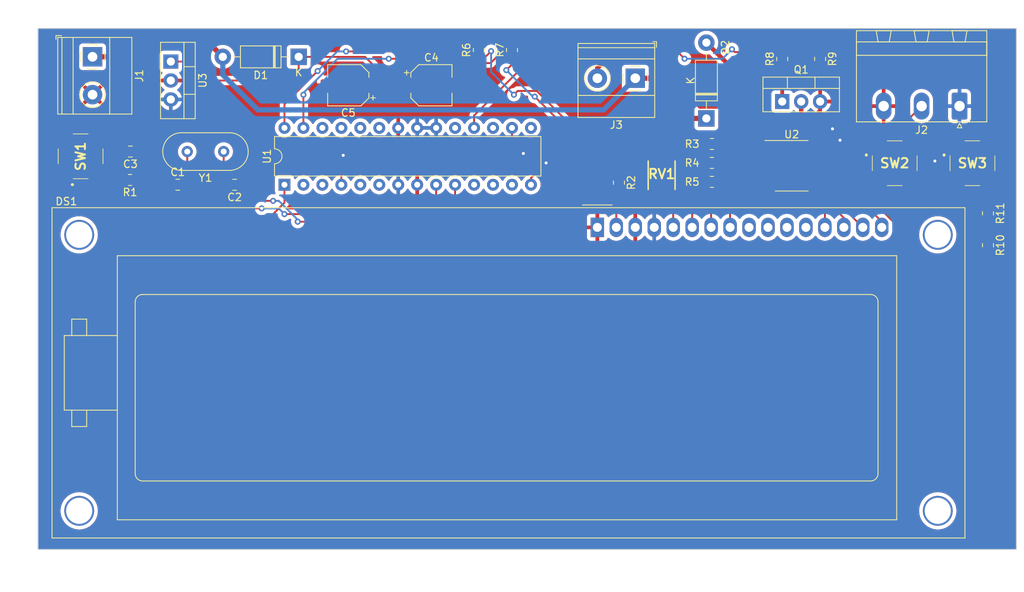
<source format=kicad_pcb>
(kicad_pcb (version 20221018) (generator pcbnew)
  (layers (0 "F.Cu" signal) (31 "B.Cu" signal) (34 "B.Paste" user) (35 "F.Paste" user) (36 "B.SilkS" user "B.Silkscreen") (37 "F.SilkS" user "F.Silkscreen") (38 "B.Mask" user) (39 "F.Mask" user) (44 "Edge.Cuts" user))
  (net 0 "")
  (net 1 "GND")
  (net 2 "Net-(U1-XTAL1{slash}PB6)")
  (net 3 "Net-(U1-XTAL2{slash}PB7)")
  (net 4 "Net-(U1-~{RESET}{slash}PC6)")
  (net 5 "Net-(D1-K)")
  (net 6 "+5V")
  (net 7 "+12V")
  (net 8 "Net-(D2-A)")
  (net 9 "Net-(DS1-LEDA)")
  (net 10 "Net-(DS1-Vo)")
  (net 11 "RS")
  (net 12 "RW")
  (net 13 "E")
  (net 18 "DB4")
  (net 19 "DB5")
  (net 20 "DB6")
  (net 21 "DB7")
  (net 22 "D2")
  (net 23 "Net-(Q1-G)")
  (net 24 "Net-(U2-A0)")
  (net 25 "Net-(U2-A1)")
  (net 26 "Net-(U2-A2)")
  (net 27 "A5")
  (net 28 "A4")
  (net 29 "D12")
  (net 30 "D0")
  (net 31 "D1")
  (net 32 "D3")
  (net 33 "D4")
  (net 34 "D5")
  (net 35 "D6")
  (net 36 "D7")
  (net 37 "D8")
  (net 38 "D9")
  (net 39 "D10")
  (net 40 "D11")
  (net 41 "D13")
  (net 42 "A0")
  (net 43 "A1")
  (net 44 "A2")
  (net 45 "A3")
  (footprint "Resistor_SMD:R_0805_2012Metric" (layer "F.Cu") (at 92.3525 92.71 180)
    (fp_text reference "R1" (at 0 -1.65) (layer "F.SilkS"))
    (fp_text value "10K")
    (pad "1" smd roundrect (at -0.9125 0 180) (size 1.025 1.4) (layers "F.Cu" "F.Paste" "F.Mask") (roundrect_rratio 0.243902) (net 4 "Net-(U1-~{RESET}{slash}PC6)"))
    (pad "2" smd roundrect (at 0.9125 0 180) (size 1.025 1.4) (layers "F.Cu" "F.Paste" "F.Mask") (roundrect_rratio 0.243902) (net 6 "+5V"))
  )
  (footprint "Resistor_SMD:R_0805_2012Metric" (layer "F.Cu") (at 184.785 76.4775 -90)
    (fp_text reference "R9" (at 0 -1.65 90) (layer "F.SilkS"))
    (fp_text value "220K")
    (pad "1" smd roundrect (at -0.9125 0 270) (size 1.025 1.4) (layers "F.Cu" "F.Paste" "F.Mask") (roundrect_rratio 0.243902) (net 1 "GND"))
    (pad "2" smd roundrect (at 0.9125 0 270) (size 1.025 1.4) (layers "F.Cu" "F.Paste" "F.Mask") (roundrect_rratio 0.243902) (net 23 "Net-(Q1-G)"))
  )
  (footprint "Capacitor_SMD:C_0805_2012Metric" (layer "F.Cu") (at 106.36 93.345 180)
    (fp_text reference "C2" (at 0 -1.68) (layer "F.SilkS"))
    (fp_text value "22pF")
    (pad "1" smd roundrect (at -0.95 0 180) (size 1 1.45) (layers "F.Cu" "F.Paste" "F.Mask") (net 1 "GND"))
    (pad "2" smd roundrect (at 0.95 0 180) (size 1 1.45) (layers "F.Cu" "F.Paste" "F.Mask") (net 3 "Net-(U1-XTAL2{slash}PB7)"))
  )
  (footprint "Diode_THT:D_DO-41_SOD81_P10.16mm_Horizontal" (layer "F.Cu") (at 114.935 76.2 180)
    (fp_text reference "D1" (at 5.08 -2.47) (layer "F.SilkS"))
    (fp_text value "1N4007")
    (fp_text user "K" (at 0 -2.1) (layer "F.SilkS"))
    (pad "1" thru_hole rect (at 0 0 180) (size 2.2 2.2) (drill 1.1) (layers "*.Cu" "*.Mask") (net 5 "Net-(D1-K)"))
    (pad "2" thru_hole oval (at 10.16 0 180) (size 2.2 2.2) (drill 1.1) (layers "*.Cu" "*.Mask") (net 7 "+12V"))
  )
  (footprint "Capacitor_SMD:C_0805_2012Metric" (layer "F.Cu") (at 98.74 93.345)
    (fp_text reference "C1" (at 0 -1.68) (layer "F.SilkS"))
    (fp_text value "22pF")
    (pad "1" smd roundrect (at -0.95 0) (size 1 1.45) (layers "F.Cu" "F.Paste" "F.Mask") (net 1 "GND"))
    (pad "2" smd roundrect (at 0.95 0) (size 1 1.45) (layers "F.Cu" "F.Paste" "F.Mask") (net 2 "Net-(U1-XTAL1{slash}PB6)"))
  )
  (footprint "flowmeter_footprints:LL3301FF065QJ" (layer "F.Cu") (at 194.77 90.46)
    (fp_text reference "SW2" (at 0 0) (layer "F.SilkS") (effects (font (size 1.27 1.27) (thickness 0.254))))
    (fp_text value "Start" hide)
    (pad "1" smd rect (at -3 -2.25 90) (size 1.4 2.1) (layers "F.Cu" "F.Paste" "F.Mask") (net 39 "D10"))
    (pad "2" smd rect (at 3 -2.25 90) (size 1.4 2.1) (layers "F.Cu" "F.Paste" "F.Mask") (net 1 "GND"))
    (pad "3" smd rect (at -3 2.25 90) (size 1.4 2.1) (layers "F.Cu" "F.Paste" "F.Mask"))
    (pad "4" smd rect (at 3 2.25 90) (size 1.4 2.1) (layers "F.Cu" "F.Paste" "F.Mask"))
  )
  (footprint "Resistor_SMD:R_0805_2012Metric" (layer "F.Cu") (at 143.51 75.2875 90)
    (fp_text reference "R7" (at 0 -1.65 90) (layer "F.SilkS"))
    (fp_text value "10K")
    (pad "1" smd roundrect (at -0.9125 0 90) (size 1.025 1.4) (layers "F.Cu" "F.Paste" "F.Mask") (roundrect_rratio 0.243902) (net 28 "A4"))
    (pad "2" smd roundrect (at 0.9125 0 90) (size 1.025 1.4) (layers "F.Cu" "F.Paste" "F.Mask") (roundrect_rratio 0.243902) (net 6 "+5V"))
  )
  (footprint "Resistor_SMD:R_0805_2012Metric" (layer "F.Cu") (at 207.264 97.1785 -90)
    (fp_text reference "R11" (at 0 -1.65 90) (layer "F.SilkS"))
    (fp_text value "330")
    (pad "1" smd roundrect (at -0.9125 0 270) (size 1.025 1.4) (layers "F.Cu" "F.Paste" "F.Mask") (roundrect_rratio 0.243902) (net 37 "D8"))
    (pad "2" smd roundrect (at 0.9125 0 270) (size 1.025 1.4) (layers "F.Cu" "F.Paste" "F.Mask") (roundrect_rratio 0.243902) (net 6 "+5V"))
  )
  (footprint "TerminalBlock_Phoenix:TerminalBlock_Phoenix_MKDS-1,5-2-5.08_1x02_P5.08mm_Horizontal" (layer "F.Cu") (at 160.025 79.07 180)
    (fp_text reference "J3" (at 2.54 -6.26) (layer "F.SilkS"))
    (fp_text value "Conn_01x02")
    (pad "1" thru_hole rect (at 0 0 180) (size 2.6 2.6) (drill 1.3) (layers "*.Cu" "*.Mask") (net 7 "+12V"))
    (pad "2" thru_hole circle (at 5.08 0 180) (size 2.6 2.6) (drill 1.3) (layers "*.Cu" "*.Mask") (net 8 "Net-(D2-A)"))
  )
  (footprint "TerminalBlock_Phoenix:TerminalBlock_Phoenix_MKDS-1,5-2-5.08_1x02_P5.08mm_Horizontal" (layer "F.Cu") (at 87.325 76.195 -90)
    (fp_text reference "J1" (at 2.54 -6.26 90) (layer "F.SilkS"))
    (fp_text value "Conn_01x02")
    (pad "1" thru_hole rect (at 0 0 270) (size 2.6 2.6) (drill 1.3) (layers "*.Cu" "*.Mask") (net 7 "+12V"))
    (pad "2" thru_hole circle (at 5.08 0 270) (size 2.6 2.6) (drill 1.3) (layers "*.Cu" "*.Mask") (net 1 "GND"))
  )
  (footprint "Crystal:Crystal_HC49-4H_Vertical" (layer "F.Cu") (at 104.89 88.9 180)
    (fp_text reference "Y1" (at 2.44 -3.525) (layer "F.SilkS"))
    (fp_text value "16MHz")
    (pad "1" thru_hole circle (at 0 0 180) (size 1.5 1.5) (drill 0.8) (layers "*.Cu" "*.Mask") (net 3 "Net-(U1-XTAL2{slash}PB7)"))
    (pad "2" thru_hole circle (at 4.88 0 180) (size 1.5 1.5) (drill 0.8) (layers "*.Cu" "*.Mask") (net 2 "Net-(U1-XTAL1{slash}PB6)"))
  )
  (footprint "Package_TO_SOT_THT:TO-220-3_Vertical" (layer "F.Cu") (at 179.705 82.1925)
    (fp_text reference "Q1" (at 2.54 -4.27) (layer "F.SilkS"))
    (fp_text value "IRF540N")
    (pad "1" thru_hole rect (at 0 0) (size 1.905 2) (drill 1.1) (layers "*.Cu" "*.Mask") (net 23 "Net-(Q1-G)"))
    (pad "2" thru_hole oval (at 2.54 0) (size 1.905 2) (drill 1.1) (layers "*.Cu" "*.Mask") (net 8 "Net-(D2-A)"))
    (pad "3" thru_hole oval (at 5.08 0) (size 1.905 2) (drill 1.1) (layers "*.Cu" "*.Mask") (net 1 "GND"))
  )
  (footprint "flowmeter_footprints:TC33X2503E" (layer "F.Cu") (at 163.5525 92.075 180)
    (fp_text reference "RV1" (at 0 0.168) (layer "F.SilkS") (effects (font (size 1.27 1.27) (thickness 0.254))))
    (fp_text value "10K" hide)
    (pad "1" smd rect (at -1 1.7 270) (size 1.2 1.2) (layers "F.Cu" "F.Paste" "F.Mask") (net 1 "GND"))
    (pad "2" smd rect (at 0 -1.55 270) (size 1.5 1.6) (layers "F.Cu" "F.Paste" "F.Mask") (net 10 "Net-(DS1-Vo)"))
    (pad "3" smd rect (at 1 1.7 270) (size 1.2 1.2) (layers "F.Cu" "F.Paste" "F.Mask") (net 6 "+5V"))
  )
  (footprint "Resistor_SMD:R_0805_2012Metric" (layer "F.Cu") (at 170.2835 87.884)
    (fp_text reference "R3" (at -2.6435 0) (layer "F.SilkS"))
    (fp_text value "10K")
    (pad "1" smd roundrect (at -0.9125 0) (size 1.025 1.4) (layers "F.Cu" "F.Paste" "F.Mask") (roundrect_rratio 0.243902) (net 6 "+5V"))
    (pad "2" smd roundrect (at 0.9125 0) (size 1.025 1.4) (layers "F.Cu" "F.Paste" "F.Mask") (roundrect_rratio 0.243902) (net 24 "Net-(U2-A0)"))
  )
  (footprint "Package_TO_SOT_THT:TO-220-3_Vertical" (layer "F.Cu") (at 97.81 76.83 -90)
    (fp_text reference "U3" (at 2.54 -4.27 90) (layer "F.SilkS"))
    (fp_text value "L7805")
    (pad "1" thru_hole rect (at 0 0 270) (size 1.905 2) (drill 1.1) (layers "*.Cu" "*.Mask") (net 5 "Net-(D1-K)"))
    (pad "2" thru_hole oval (at 2.54 0 270) (size 1.905 2) (drill 1.1) (layers "*.Cu" "*.Mask") (net 1 "GND"))
    (pad "3" thru_hole oval (at 5.08 0 270) (size 1.905 2) (drill 1.1) (layers "*.Cu" "*.Mask") (net 6 "+5V"))
  )
  (footprint "Package_SO:TSSOP-20_4.4x6.5mm_P0.65mm" (layer "F.Cu") (at 180.975 90.805)
    (fp_text reference "U2" (at 0 -4.2) (layer "F.SilkS"))
    (fp_text value "PCF8574")
    (pad "1" smd roundrect (at -2.8625 -2.925) (size 1.475 0.4) (layers "F.Cu" "F.Paste" "F.Mask") (net 24 "Net-(U2-A0)"))
    (pad "2" smd roundrect (at -2.8625 -2.275) (size 1.475 0.4) (layers "F.Cu" "F.Paste" "F.Mask") (net 25 "Net-(U2-A1)"))
    (pad "3" smd roundrect (at -2.8625 -1.625) (size 1.475 0.4) (layers "F.Cu" "F.Paste" "F.Mask") (net 26 "Net-(U2-A2)"))
    (pad "4" smd roundrect (at -2.8625 -0.975) (size 1.475 0.4) (layers "F.Cu" "F.Paste" "F.Mask") (net 11 "RS"))
    (pad "5" smd roundrect (at -2.8625 -0.325) (size 1.475 0.4) (layers "F.Cu" "F.Paste" "F.Mask") (net 12 "RW"))
    (pad "6" smd roundrect (at -2.8625 0.325) (size 1.475 0.4) (layers "F.Cu" "F.Paste" "F.Mask") (net 13 "E"))
    (pad "7" smd roundrect (at -2.8625 0.975) (size 1.475 0.4) (layers "F.Cu" "F.Paste" "F.Mask"))
    (pad "8" smd roundrect (at -2.8625 1.625) (size 1.475 0.4) (layers "F.Cu" "F.Paste" "F.Mask") (net 1 "GND"))
    (pad "9" smd roundrect (at -2.8625 2.275) (size 1.475 0.4) (layers "F.Cu" "F.Paste" "F.Mask") (net 18 "DB4"))
    (pad "10" smd roundrect (at -2.8625 2.925) (size 1.475 0.4) (layers "F.Cu" "F.Paste" "F.Mask") (net 19 "DB5"))
    (pad "11" smd roundrect (at 2.8625 2.925) (size 1.475 0.4) (layers "F.Cu" "F.Paste" "F.Mask") (net 20 "DB6"))
    (pad "12" smd roundrect (at 2.8625 2.275) (size 1.475 0.4) (layers "F.Cu" "F.Paste" "F.Mask") (net 21 "DB7"))
    (pad "13" smd roundrect (at 2.8625 1.625) (size 1.475 0.4) (layers "F.Cu" "F.Paste" "F.Mask"))
    (pad "14" smd roundrect (at 2.8625 0.975) (size 1.475 0.4) (layers "F.Cu" "F.Paste" "F.Mask") (net 27 "A5"))
    (pad "15" smd roundrect (at 2.8625 0.325) (size 1.475 0.4) (layers "F.Cu" "F.Paste" "F.Mask") (net 28 "A4"))
    (pad "16" smd roundrect (at 2.8625 -0.325) (size 1.475 0.4) (layers "F.Cu" "F.Paste" "F.Mask") (net 6 "+5V"))
    (pad "17" smd roundrect (at 2.8625 -0.975) (size 1.475 0.4) (layers "F.Cu" "F.Paste" "F.Mask"))
    (pad "18" smd roundrect (at 2.8625 -1.625) (size 1.475 0.4) (layers "F.Cu" "F.Paste" "F.Mask"))
    (pad "19" smd roundrect (at 2.8625 -2.275) (size 1.475 0.4) (layers "F.Cu" "F.Paste" "F.Mask"))
    (pad "20" smd roundrect (at 2.8625 -2.925) (size 1.475 0.4) (layers "F.Cu" "F.Paste" "F.Mask"))
  )
  (footprint "Capacitor_SMD:C_0805_2012Metric" (layer "F.Cu") (at 92.395 88.9 180)
    (fp_text reference "C3" (at 0 -1.68) (layer "F.SilkS"))
    (fp_text value "0.1uF")
    (pad "1" smd roundrect (at -0.95 0 180) (size 1 1.45) (layers "F.Cu" "F.Paste" "F.Mask") (net 4 "Net-(U1-~{RESET}{slash}PC6)"))
    (pad "2" smd roundrect (at 0.95 0 180) (size 1 1.45) (layers "F.Cu" "F.Paste" "F.Mask") (net 1 "GND"))
  )
  (footprint "Capacitor_SMD:CP_Elec_5x5.8" (layer "F.Cu") (at 121.58 80.01 180)
    (fp_text reference "C5" (at 0 -3.7) (layer "F.SilkS"))
    (fp_text value "1uF")
    (pad "1" smd roundrect (at -2.2 0 180) (size 3 1.6) (layers "F.Cu" "F.Paste" "F.Mask") (roundrect_rratio 0.15625) (net 6 "+5V"))
    (pad "2" smd roundrect (at 2.2 0 180) (size 3 1.6) (layers "F.Cu" "F.Paste" "F.Mask") (roundrect_rratio 0.15625) (net 1 "GND"))
  )
  (footprint "Resistor_SMD:R_0805_2012Metric" (layer "F.Cu") (at 170.2835 90.424)
    (fp_text reference "R4" (at -2.6435 0) (layer "F.SilkS"))
    (fp_text value "10K")
    (pad "1" smd roundrect (at -0.9125 0) (size 1.025 1.4) (layers "F.Cu" "F.Paste" "F.Mask") (roundrect_rratio 0.243902) (net 6 "+5V"))
    (pad "2" smd roundrect (at 0.9125 0) (size 1.025 1.4) (layers "F.Cu" "F.Paste" "F.Mask") (roundrect_rratio 0.243902) (net 25 "Net-(U2-A1)"))
  )
  (footprint "Display:HY1602E" (layer "F.Cu") (at 154.94 99.06)
    (fp_text reference "DS1" (at -71.12 -3.48) (layer "F.SilkS"))
    (fp_text value "HY1602E")
    (pad "" thru_hole circle (at -69.40042 1.00076 180) (size 4 4) (drill 3.5) (layers "*.Cu" "*.Mask"))
    (pad "" thru_hole circle (at -69.40042 38.00094 180) (size 4 4) (drill 3.5) (layers "*.Cu" "*.Mask"))
    (pad "" thru_hole circle (at 45.60062 1.00076 180) (size 4 4) (drill 3.5) (layers "*.Cu" "*.Mask"))
    (pad "" thru_hole circle (at 45.60062 38.00094 180) (size 4 4) (drill 3.5) (layers "*.Cu" "*.Mask"))
    (pad "1" thru_hole rect (at 0 0 180) (size 1.8 2.6) (drill 1.2) (layers "*.Cu" "*.Mask") (net 1 "GND"))
    (pad "2" thru_hole oval (at 2.54 0 180) (size 1.8 2.6) (drill 1.2) (layers "*.Cu" "*.Mask") (net 9 "Net-(DS1-LEDA)"))
    (pad "3" thru_hole oval (at 5.08 0 180) (size 1.8 2.6) (drill 1.2) (layers "*.Cu" "*.Mask") (net 1 "GND"))
    (pad "4" thru_hole oval (at 7.62 0 180) (size 1.8 2.6) (drill 1.2) (layers "*.Cu" "*.Mask") (net 6 "+5V"))
    (pad "5" thru_hole oval (at 10.16 0 180) (size 1.8 2.6) (drill 1.2) (layers "*.Cu" "*.Mask") (net 10 "Net-(DS1-Vo)"))
    (pad "6" thru_hole oval (at 12.7 0 180) (size 1.8 2.6) (drill 1.2) (layers "*.Cu" "*.Mask") (net 11 "RS"))
    (pad "7" thru_hole oval (at 15.24 0 180) (size 1.8 2.6) (drill 1.2) (layers "*.Cu" "*.Mask") (net 12 "RW"))
    (pad "8" thru_hole oval (at 17.78 0 180) (size 1.8 2.6) (drill 1.2) (layers "*.Cu" "*.Mask") (net 13 "E"))
    (pad "9" thru_hole oval (at 20.32 0 180) (size 1.8 2.6) (drill 1.2) (layers "*.Cu" "*.Mask"))
    (pad "10" thru_hole oval (at 22.86 0 180) (size 1.8 2.6) (drill 1.2) (layers "*.Cu" "*.Mask"))
    (pad "11" thru_hole oval (at 25.4 0 180) (size 1.8 2.6) (drill 1.2) (layers "*.Cu" "*.Mask"))
    (pad "12" thru_hole oval (at 27.94 0 180) (size 1.8 2.6) (drill 1.2) (layers "*.Cu" "*.Mask"))
    (pad "13" thru_hole oval (at 30.48 0 180) (size 1.8 2.6) (drill 1.2) (layers "*.Cu" "*.Mask") (net 18 "DB4"))
    (pad "14" thru_hole oval (at 33.02 0 180) (size 1.8 2.6) (drill 1.2) (layers "*.Cu" "*.Mask") (net 19 "DB5"))
    (pad "15" thru_hole oval (at 35.56 0 180) (size 1.8 2.6) (drill 1.2) (layers "*.Cu" "*.Mask") (net 20 "DB6"))
    (pad "16" thru_hole oval (at 38.1 0 180) (size 1.8 2.6) (drill 1.2) (layers "*.Cu" "*.Mask") (net 21 "DB7"))
  )
  (footprint "Resistor_SMD:R_0805_2012Metric" (layer "F.Cu") (at 179.705 76.4775 90)
    (fp_text reference "R8" (at 0 -1.65 90) (layer "F.SilkS"))
    (fp_text value "1K")
    (pad "1" smd roundrect (at -0.9125 0 90) (size 1.025 1.4) (layers "F.Cu" "F.Paste" "F.Mask") (roundrect_rratio 0.243902) (net 23 "Net-(Q1-G)"))
    (pad "2" smd roundrect (at 0.9125 0 90) (size 1.025 1.4) (layers "F.Cu" "F.Paste" "F.Mask") (roundrect_rratio 0.243902) (net 29 "D12"))
  )
  (footprint "flowmeter_footprints:LL3301FF065QJ" (layer "F.Cu") (at 205.184 90.46)
    (fp_text reference "SW3" (at 0 0) (layer "F.SilkS") (effects (font (size 1.27 1.27) (thickness 0.254))))
    (fp_text value "Stop" hide)
    (pad "1" smd rect (at -3 -2.25 90) (size 1.4 2.1) (layers "F.Cu" "F.Paste" "F.Mask") (net 37 "D8"))
    (pad "2" smd rect (at 3 -2.25 90) (size 1.4 2.1) (layers "F.Cu" "F.Paste" "F.Mask") (net 1 "GND"))
    (pad "3" smd rect (at -3 2.25 90) (size 1.4 2.1) (layers "F.Cu" "F.Paste" "F.Mask"))
    (pad "4" smd rect (at 3 2.25 90) (size 1.4 2.1) (layers "F.Cu" "F.Paste" "F.Mask"))
  )
  (footprint "Resistor_SMD:R_0805_2012Metric" (layer "F.Cu") (at 207.264 101.4495 -90)
    (fp_text reference "R10" (at 0 -1.65 90) (layer "F.SilkS"))
    (fp_text value "330")
    (pad "1" smd roundrect (at -0.9125 0 270) (size 1.025 1.4) (layers "F.Cu" "F.Paste" "F.Mask") (roundrect_rratio 0.243902) (net 39 "D10"))
    (pad "2" smd roundrect (at 0.9125 0 270) (size 1.025 1.4) (layers "F.Cu" "F.Paste" "F.Mask") (roundrect_rratio 0.243902) (net 6 "+5V"))
  )
  (footprint "Resistor_SMD:R_0805_2012Metric" (layer "F.Cu") (at 170.2835 92.964)
    (fp_text reference "R5" (at -2.6435 0) (layer "F.SilkS"))
    (fp_text value "10K")
    (pad "1" smd roundrect (at -0.9125 0) (size 1.025 1.4) (layers "F.Cu" "F.Paste" "F.Mask") (roundrect_rratio 0.243902) (net 6 "+5V"))
    (pad "2" smd roundrect (at 0.9125 0) (size 1.025 1.4) (layers "F.Cu" "F.Paste" "F.Mask") (roundrect_rratio 0.243902) (net 26 "Net-(U2-A2)"))
  )
  (footprint "Resistor_SMD:R_0805_2012Metric" (layer "F.Cu") (at 139.065 75.2875 90)
    (fp_text reference "R6" (at 0 -1.65 90) (layer "F.SilkS"))
    (fp_text value "10K")
    (pad "1" smd roundrect (at -0.9125 0 90) (size 1.025 1.4) (layers "F.Cu" "F.Paste" "F.Mask") (roundrect_rratio 0.243902) (net 27 "A5"))
    (pad "2" smd roundrect (at 0.9125 0 90) (size 1.025 1.4) (layers "F.Cu" "F.Paste" "F.Mask") (roundrect_rratio 0.243902) (net 6 "+5V"))
  )
  (footprint "Package_DIP:DIP-28_W7.62mm" (layer "F.Cu") (at 113.03 93.345 90)
    (fp_text reference "U1" (at 3.81 -2.33 90) (layer "F.SilkS"))
    (fp_text value "ATmega328-P")
    (pad "1" thru_hole rect (at 0 0 90) (size 1.6 1.6) (drill 0.8) (layers "*.Cu" "*.Mask") (net 4 "Net-(U1-~{RESET}{slash}PC6)"))
    (pad "2" thru_hole oval (at 0 2.54 90) (size 1.6 1.6) (drill 0.8) (layers "*.Cu" "*.Mask") (net 30 "D0"))
    (pad "3" thru_hole oval (at 0 5.08 90) (size 1.6 1.6) (drill 0.8) (layers "*.Cu" "*.Mask") (net 31 "D1"))
    (pad "4" thru_hole oval (at 0 7.62 90) (size 1.6 1.6) (drill 0.8) (layers "*.Cu" "*.Mask") (net 22 "D2"))
    (pad "5" thru_hole oval (at 0 10.16 90) (size 1.6 1.6) (drill 0.8) (layers "*.Cu" "*.Mask") (net 32 "D3"))
    (pad "6" thru_hole oval (at 0 12.7 90) (size 1.6 1.6) (drill 0.8) (layers "*.Cu" "*.Mask") (net 33 "D4"))
    (pad "7" thru_hole oval (at 0 15.24 90) (size 1.6 1.6) (drill 0.8) (layers "*.Cu" "*.Mask") (net 6 "+5V"))
    (pad "8" thru_hole oval (at 0 17.78 90) (size 1.6 1.6) (drill 0.8) (layers "*.Cu" "*.Mask") (net 1 "GND"))
    (pad "9" thru_hole oval (at 0 20.32 90) (size 1.6 1.6) (drill 0.8) (layers "*.Cu" "*.Mask") (net 2 "Net-(U1-XTAL1{slash}PB6)"))
    (pad "10" thru_hole oval (at 0 22.86 90) (size 1.6 1.6) (drill 0.8) (layers "*.Cu" "*.Mask") (net 3 "Net-(U1-XTAL2{slash}PB7)"))
    (pad "11" thru_hole oval (at 0 25.4 90) (size 1.6 1.6) (drill 0.8) (layers "*.Cu" "*.Mask") (net 34 "D5"))
    (pad "12" thru_hole oval (at 0 27.94 90) (size 1.6 1.6) (drill 0.8) (layers "*.Cu" "*.Mask") (net 35 "D6"))
    (pad "13" thru_hole oval (at 0 30.48 90) (size 1.6 1.6) (drill 0.8) (layers "*.Cu" "*.Mask") (net 36 "D7"))
    (pad "14" thru_hole oval (at 0 33.02 90) (size 1.6 1.6) (drill 0.8) (layers "*.Cu" "*.Mask") (net 37 "D8"))
    (pad "15" thru_hole oval (at 7.62 33.02 90) (size 1.6 1.6) (drill 0.8) (layers "*.Cu" "*.Mask") (net 38 "D9"))
    (pad "16" thru_hole oval (at 7.62 30.48 90) (size 1.6 1.6) (drill 0.8) (layers "*.Cu" "*.Mask") (net 39 "D10"))
    (pad "17" thru_hole oval (at 7.62 27.94 90) (size 1.6 1.6) (drill 0.8) (layers "*.Cu" "*.Mask") (net 40 "D11"))
    (pad "18" thru_hole oval (at 7.62 25.4 90) (size 1.6 1.6) (drill 0.8) (layers "*.Cu" "*.Mask") (net 29 "D12"))
    (pad "19" thru_hole oval (at 7.62 22.86 90) (size 1.6 1.6) (drill 0.8) (layers "*.Cu" "*.Mask") (net 41 "D13"))
    (pad "20" thru_hole oval (at 7.62 20.32 90) (size 1.6 1.6) (drill 0.8) (layers "*.Cu" "*.Mask") (net 6 "+5V"))
    (pad "21" thru_hole oval (at 7.62 17.78 90) (size 1.6 1.6) (drill 0.8) (layers "*.Cu" "*.Mask") (net 6 "+5V"))
    (pad "22" thru_hole oval (at 7.62 15.24 90) (size 1.6 1.6) (drill 0.8) (layers "*.Cu" "*.Mask") (net 1 "GND"))
    (pad "23" thru_hole oval (at 7.62 12.7 90) (size 1.6 1.6) (drill 0.8) (layers "*.Cu" "*.Mask") (net 42 "A0"))
    (pad "24" thru_hole oval (at 7.62 10.16 90) (size 1.6 1.6) (drill 0.8) (layers "*.Cu" "*.Mask") (net 43 "A1"))
    (pad "25" thru_hole oval (at 7.62 7.62 90) (size 1.6 1.6) (drill 0.8) (layers "*.Cu" "*.Mask") (net 44 "A2"))
    (pad "26" thru_hole oval (at 7.62 5.08 90) (size 1.6 1.6) (drill 0.8) (layers "*.Cu" "*.Mask") (net 45 "A3"))
    (pad "27" thru_hole oval (at 7.62 2.54 90) (size 1.6 1.6) (drill 0.8) (layers "*.Cu" "*.Mask") (net 28 "A4"))
    (pad "28" thru_hole oval (at 7.62 0 90) (size 1.6 1.6) (drill 0.8) (layers "*.Cu" "*.Mask") (net 27 "A5"))
  )
  (footprint "Connector_Phoenix_MSTB:PhoenixContact_MSTBA_2,5_3-G-5,08_1x03_P5.08mm_Horizontal" (layer "F.Cu") (at 203.454 82.804 180)
    (fp_text reference "J2" (at 5.08 -3.2) (layer "F.SilkS"))
    (fp_text value "Conn_01x03")
    (pad "1" thru_hole roundrect (at 0 0 180) (size 2.08 3.6) (drill 1.4) (layers "*.Cu" "*.Mask") (roundrect_rratio 0.120192) (net 6 "+5V"))
    (pad "2" thru_hole oval (at 5.08 0 180) (size 2.08 3.6) (drill 1.4) (layers "*.Cu" "*.Mask") (net 22 "D2"))
    (pad "3" thru_hole oval (at 10.16 0 180) (size 2.08 3.6) (drill 1.4) (layers "*.Cu" "*.Mask") (net 1 "GND"))
  )
  (footprint "Diode_THT:D_DO-41_SOD81_P10.16mm_Horizontal" (layer "F.Cu") (at 169.545 84.455 90)
    (fp_text reference "D2" (at 9.525 2.54 90) (layer "F.SilkS"))
    (fp_text value "1N4007")
    (fp_text user "K" (at 5.08 -2.1 90) (layer "F.SilkS"))
    (pad "1" thru_hole rect (at 0 0 90) (size 2.2 2.2) (drill 1.1) (layers "*.Cu" "*.Mask") (net 7 "+12V"))
    (pad "2" thru_hole oval (at 10.16 0 90) (size 2.2 2.2) (drill 1.1) (layers "*.Cu" "*.Mask") (net 8 "Net-(D2-A)"))
  )
  (footprint "Capacitor_SMD:CP_Elec_5x5.8" (layer "F.Cu") (at 132.715 80.01)
    (fp_text reference "C4" (at 0 -3.7) (layer "F.SilkS"))
    (fp_text value "470uF")
    (pad "1" smd roundrect (at -2.2 0) (size 3 1.6) (layers "F.Cu" "F.Paste" "F.Mask") (roundrect_rratio 0.15625) (net 5 "Net-(D1-K)"))
    (pad "2" smd roundrect (at 2.2 0) (size 3 1.6) (layers "F.Cu" "F.Paste" "F.Mask") (roundrect_rratio 0.15625) (net 1 "GND"))
  )
  (footprint "flowmeter_footprints:LL3301FF065QJ" (layer "F.Cu") (at 85.725 89.535 90)
    (fp_text reference "SW1" (at 0 0 90) (layer "F.SilkS") (effects (font (size 1.27 1.27) (thickness 0.254))))
    (fp_text value "Reset" hide)
    (pad "1" smd rect (at -3 -2.25 180) (size 1.4 2.1) (layers "F.Cu" "F.Paste" "F.Mask") (net 4 "Net-(U1-~{RESET}{slash}PC6)"))
    (pad "2" smd rect (at 3 -2.25 180) (size 1.4 2.1) (layers "F.Cu" "F.Paste" "F.Mask") (net 1 "GND"))
    (pad "3" smd rect (at -3 2.25 180) (size 1.4 2.1) (layers "F.Cu" "F.Paste" "F.Mask"))
    (pad "4" smd rect (at 3 2.25 180) (size 1.4 2.1) (layers "F.Cu" "F.Paste" "F.Mask"))
  )
  (footprint "Resistor_SMD:R_0805_2012Metric" (layer "F.Cu") (at 157.8375 93.0675 -90)
    (fp_text reference "R2" (at 0 -1.65 90) (layer "F.SilkS"))
    (fp_text value "220")
    (pad "1" smd roundrect (at -0.9125 0 270) (size 1.025 1.4) (layers "F.Cu" "F.Paste" "F.Mask") (roundrect_rratio 0.243902) (net 6 "+5V"))
    (pad "2" smd roundrect (at 0.9125 0 270) (size 1.025 1.4) (layers "F.Cu" "F.Paste" "F.Mask") (roundrect_rratio 0.243902) (net 9 "Net-(DS1-LEDA)"))
  )
  (gr_rect (start 80.01 72.39) (end 211.074 142.24) (stroke (width 0.1)) (fill none) (layer "Edge.Cuts"))
  (segment (start 178.1125 92.43) (end 179.858 92.43) (width 0.25) (layer "F.Cu") (net 1))
  (segment (start 179.858 92.43) (end 181.61 90.678) (width 0.25) (layer "F.Cu") (net 1))
  (segment (start 184.785 83.18883) (end 184.785 82.1925) (width 0.25) (layer "F.Cu") (net 1))
  (segment (start 181.61 90.678) (end 181.61 86.36383) (width 0.25) (layer "F.Cu") (net 1))
  (segment (start 181.61 86.36383) (end 184.785 83.18883) (width 0.25) (layer "F.Cu") (net 1))
  (segment (start 99.69 93.345) (end 102.865 96.52) (width 0.25) (layer "F.Cu") (net 2))
  (segment (start 133.35 95.758) (end 133.35 93.345) (width 0.25) (layer "F.Cu") (net 2))
  (segment (start 131.826 97.282) (end 133.35 95.758) (width 0.25) (layer "F.Cu") (net 2))
  (segment (start 113.03 97.282) (end 131.826 97.282) (width 0.25) (layer "F.Cu") (net 2))
  (segment (start 100.01 88.9) (end 100.01 93.025) (width 0.25) (layer "F.Cu") (net 2))
  (segment (start 102.865 96.52) (end 109.982 96.52) (width 0.25) (layer "F.Cu") (net 2))
  (segment (start 100.01 93.025) (end 99.69 93.345) (width 0.25) (layer "F.Cu") (net 2))
  (via (at 109.982 96.52) (size 0.8) (drill 0.4) (layers "F.Cu" "B.Cu") (net 2))
  (via (at 113.03 97.282) (size 0.8) (drill 0.4) (layers "F.Cu" "B.Cu") (net 2))
  (segment (start 109.982 96.52) (end 112.268 96.52) (width 0.25) (layer "B.Cu") (net 2))
  (segment (start 112.268 96.52) (end 113.03 97.282) (width 0.25) (layer "B.Cu") (net 2))
  (segment (start 104.89 92.825) (end 105.41 93.345) (width 0.25) (layer "F.Cu") (net 3))
  (segment (start 135.89 94.742) (end 135.89 93.345) (width 0.25) (layer "F.Cu") (net 3))
  (segment (start 105.41 93.345) (end 107.569 95.504) (width 0.25) (layer "F.Cu") (net 3))
  (segment (start 132.334 98.298) (end 135.89 94.742) (width 0.25) (layer "F.Cu") (net 3))
  (segment (start 107.569 95.504) (end 111.506 95.504) (width 0.25) (layer "F.Cu") (net 3))
  (segment (start 104.89 88.9) (end 104.89 92.825) (width 0.25) (layer "F.Cu") (net 3))
  (segment (start 114.808 98.298) (end 132.334 98.298) (width 0.25) (layer "F.Cu") (net 3))
  (via (at 111.506 95.504) (size 0.8) (drill 0.4) (layers "F.Cu" "B.Cu") (net 3))
  (via (at 114.808 98.298) (size 0.8) (drill 0.4) (layers "F.Cu" "B.Cu") (net 3))
  (segment (start 111.506 95.504) (end 112.277305 95.504) (width 0.25) (layer "B.Cu") (net 3))
  (segment (start 114.808 98.034695) (end 114.808 98.298) (width 0.25) (layer "B.Cu") (net 3))
  (segment (start 112.277305 95.504) (end 114.808 98.034695) (width 0.25) (layer "B.Cu") (net 3))
  (segment (start 92.71 90.805) (end 91.36 90.805) (width 0.25) (layer "F.Cu") (net 4))
  (segment (start 98.091 97.536) (end 111.252 97.536) (width 0.25) (layer "F.Cu") (net 4))
  (segment (start 93.265 92.71) (end 98.091 97.536) (width 0.25) (layer "F.Cu") (net 4))
  (segment (start 84.455 90.805) (end 83.475 91.785) (width 0.25) (layer "F.Cu") (net 4))
  (segment (start 93.265 92.71) (end 91.36 90.805) (width 0.25) (layer "F.Cu") (net 4))
  (segment (start 113.03 95.758) (end 113.03 93.345) (width 0.25) (layer "F.Cu") (net 4))
  (segment (start 93.345 90.17) (end 92.71 90.805) (width 0.25) (layer "F.Cu") (net 4))
  (segment (start 83.475 91.785) (end 83.475 92.535) (width 0.25) (layer "F.Cu") (net 4))
  (segment (start 93.345 88.9) (end 93.345 90.17) (width 0.25) (layer "F.Cu") (net 4))
  (segment (start 91.36 90.805) (end 84.455 90.805) (width 0.25) (layer "F.Cu") (net 4))
  (segment (start 111.252 97.536) (end 113.03 95.758) (width 0.25) (layer "F.Cu") (net 4))
  (segment (start 114.935 78.105) (end 114.935 76.2) (width 0.25) (layer "F.Cu") (net 5))
  (segment (start 127.635 80.01) (end 123.825 76.2) (width 0.25) (layer "F.Cu") (net 5))
  (segment (start 97.81 76.83) (end 99.69 76.83) (width 0.25) (layer "F.Cu") (net 5))
  (segment (start 130.515 80.01) (end 127.635 80.01) (width 0.25) (layer "F.Cu") (net 5))
  (segment (start 113.665 79.375) (end 114.935 78.105) (width 0.25) (layer "F.Cu") (net 5))
  (segment (start 102.235 79.375) (end 113.665 79.375) (width 0.25) (layer "F.Cu") (net 5))
  (segment (start 99.69 76.83) (end 102.235 79.375) (width 0.25) (layer "F.Cu") (net 5))
  (segment (start 123.825 76.2) (end 114.935 76.2) (width 0.25) (layer "F.Cu") (net 5))
  (segment (start 209.804 85.598) (end 207.01 82.804) (width 0.25) (layer "F.Cu") (net 6))
  (segment (start 210.058 94.996) (end 210.058 85.598) (width 0.25) (layer "F.Cu") (net 6))
  (segment (start 207.264 98.091) (end 210.058 95.297) (width 0.25) (layer "F.Cu") (net 6))
  (segment (start 210.058 99.568) (end 210.058 94.996) (width 0.25) (layer "F.Cu") (net 6))
  (segment (start 207.264 102.362) (end 210.058 99.568) (width 0.25) (layer "F.Cu") (net 6))
  (segment (start 210.058 95.297) (end 210.058 94.996) (width 0.25) (layer "F.Cu") (net 6))
  (segment (start 207.01 82.804) (end 203.454 82.804) (width 0.25) (layer "F.Cu") (net 6))
  (segment (start 210.058 85.598) (end 209.804 85.598) (width 0.25) (layer "F.Cu") (net 6))
  (segment (start 163.525 79.07) (end 166.37 81.915) (width 0.7) (layer "F.Cu") (net 7))
  (segment (start 167.005 84.455) (end 169.545 84.455) (width 0.7) (layer "F.Cu") (net 7))
  (segment (start 160.025 79.07) (end 163.525 79.07) (width 0.7) (layer "F.Cu") (net 7))
  (segment (start 166.37 81.915) (end 166.37 83.82) (width 0.7) (layer "F.Cu") (net 7))
  (segment (start 89.54 76.195) (end 87.325 76.195) (width 0.7) (layer "F.Cu") (net 7))
  (segment (start 102.87 74.295) (end 91.44 74.295) (width 0.7) (layer "F.Cu") (net 7))
  (segment (start 104.775 76.2) (end 102.87 74.295) (width 0.7) (layer "F.Cu") (net 7))
  (segment (start 166.37 83.82) (end 167.005 84.455) (width 0.7) (layer "F.Cu") (net 7))
  (segment (start 91.44 74.295) (end 89.54 76.195) (width 0.7) (layer "F.Cu") (net 7))
  (segment (start 155.783 83.312) (end 109.474 83.312) (width 0.7) (layer "B.Cu") (net 7))
  (segment (start 160.025 79.07) (end 155.783 83.312) (width 0.7) (layer "B.Cu") (net 7))
  (segment (start 104.775 78.613) (end 104.775 76.2) (width 0.7) (layer "B.Cu") (net 7))
  (segment (start 109.474 83.312) (end 104.775 78.613) (width 0.7) (layer "B.Cu") (net 7))
  (segment (start 181.61 84.7325) (end 174.2675 84.7325) (width 0.6) (layer "F.Cu") (net 8))
  (segment (start 155.956 76.708) (end 154.945 77.719) (width 0.6) (layer "F.Cu") (net 8))
  (segment (start 154.945 77.719) (end 154.945 79.07) (width 0.6) (layer "F.Cu") (net 8))
  (segment (start 162.56 76.708) (end 155.956 76.708) (width 0.6) (layer "F.Cu") (net 8))
  (segment (start 174.2675 84.7325) (end 173.99 84.455) (width 0.6) (layer "F.Cu") (net 8))
  (segment (start 169.545 74.295) (end 173.99 78.74) (width 0.6) (layer "F.Cu") (net 8))
  (segment (start 173.99 84.455) (end 172.39 82.855) (width 0.6) (layer "F.Cu") (net 8))
  (segment (start 182.245 82.1925) (end 182.245 84.0975) (width 0.6) (layer "F.Cu") (net 8))
  (segment (start 168.707 82.855) (end 162.56 76.708) (width 0.6) (layer "F.Cu") (net 8))
  (segment (start 173.99 78.74) (end 173.99 84.455) (width 0.6) (layer "F.Cu") (net 8))
  (segment (start 172.39 82.855) (end 168.707 82.855) (width 0.6) (layer "F.Cu") (net 8))
  (segment (start 182.245 84.0975) (end 181.61 84.7325) (width 0.6) (layer "F.Cu") (net 8))
  (segment (start 157.48 99.06) (end 157.48 95.25) (width 0.25) (layer "F.Cu") (net 9))
  (segment (start 157.8375 94.8925) (end 157.8375 93.98) (width 0.25) (layer "F.Cu") (net 9))
  (segment (start 157.48 95.25) (end 157.8375 94.8925) (width 0.25) (layer "F.Cu") (net 9))
  (segment (start 165.1 96.52) (end 165.1 99.06) (width 0.25) (layer "F.Cu") (net 10))
  (segment (start 163.5525 93.625) (end 163.5525 94.9725) (width 0.25) (layer "F.Cu") (net 10))
  (segment (start 163.5525 94.9725) (end 165.1 96.52) (width 0.25) (layer "F.Cu") (net 10))
  (segment (start 178.1125 89.83) (end 176.867208 89.83) (width 0.25) (layer "F.Cu") (net 11))
  (segment (start 176.867208 89.83) (end 170.177208 96.52) (width 0.25) (layer "F.Cu") (net 11))
  (segment (start 168.402 96.52) (end 167.64 97.282) (width 0.25) (layer "F.Cu") (net 11))
  (segment (start 170.177208 96.52) (end 168.402 96.52) (width 0.25) (layer "F.Cu") (net 11))
  (segment (start 167.64 97.282) (end 167.64 99.06) (width 0.25) (layer "F.Cu") (net 11))
  (segment (start 170.18 97.153604) (end 176.853604 90.48) (width 0.25) (layer "F.Cu") (net 12))
  (segment (start 176.853604 90.48) (end 178.1125 90.48) (width 0.25) (layer "F.Cu") (net 12))
  (segment (start 170.18 99.06) (end 170.18 97.153604) (width 0.25) (layer "F.Cu") (net 12))
  (segment (start 172.72 95.25) (end 172.72 99.06) (width 0.25) (layer "F.Cu") (net 13))
  (segment (start 176.84 91.13) (end 172.72 95.25) (width 0.25) (layer "F.Cu") (net 13))
  (segment (start 178.1125 91.13) (end 176.84 91.13) (width 0.25) (layer "F.Cu") (net 13))
  (segment (start 176.53 95.25) (end 175.895 94.615) (width 0.25) (layer "F.Cu") (net 18))
  (segment (start 185.42 99.06) (end 185.42 95.885) (width 0.25) (layer "F.Cu") (net 18))
  (segment (start 176.16 93.08) (end 178.1125 93.08) (width 0.25) (layer "F.Cu") (net 18))
  (segment (start 185.42 95.885) (end 184.785 95.25) (width 0.25) (layer "F.Cu") (net 18))
  (segment (start 175.895 94.615) (end 175.895 93.345) (width 0.25) (layer "F.Cu") (net 18))
  (segment (start 175.895 93.345) (end 176.16 93.08) (width 0.25) (layer "F.Cu") (net 18))
  (segment (start 184.785 95.25) (end 176.53 95.25) (width 0.25) (layer "F.Cu") (net 18))
  (segment (start 176.78 93.73) (end 176.53 93.98) (width 0.25) (layer "F.Cu") (net 19))
  (segment (start 176.53 93.98) (end 176.53 94.615) (width 0.25) (layer "F.Cu") (net 19))
  (segment (start 178.1125 93.73) (end 176.78 93.73) (width 0.25) (layer "F.Cu") (net 19))
  (segment (start 176.53 94.615) (end 184.785 94.615) (width 0.25) (layer "F.Cu") (net 19))
  (segment (start 187.96 97.79) (end 187.96 99.06) (width 0.25) (layer "F.Cu") (net 19))
  (segment (start 184.785 94.615) (end 187.96 97.79) (width 0.25) (layer "F.Cu") (net 19))
  (segment (start 183.8375 93.73) (end 185.171396 93.73) (width 0.25) (layer "F.Cu") (net 20))
  (segment (start 185.171396 93.73) (end 190.5 99.058604) (width 0.25) (layer "F.Cu") (net 20))
  (segment (start 190.5 99.058604) (end 190.5 99.06) (width 0.25) (layer "F.Cu") (net 20))
  (segment (start 193.04 98.298) (end 187.822 93.08) (width 0.25) (layer "F.Cu") (net 21))
  (segment (start 193.04 99.06) (end 193.04 98.298) (width 0.25) (layer "F.Cu") (net 21))
  (segment (start 187.822 93.08) (end 183.8375 93.08) (width 0.25) (layer "F.Cu") (net 21))
  (segment (start 195.326 85.852) (end 186.436 85.852) (width 0.25) (layer "F.Cu") (net 22))
  (segment (start 120.904 89.408) (end 120.65 89.662) (width 0.25) (layer "F.Cu") (net 22))
  (segment (start 120.65 89.662) (end 120.65 93.345) (width 0.25) (layer "F.Cu") (net 22))
  (segment (start 198.374 82.804) (end 195.326 85.852) (width 0.25) (layer "F.Cu") (net 22))
  (via (at 120.904 89.408) (size 0.8) (drill 0.4) (layers "F.Cu" "B.Cu") (net 22))
  (via (at 186.436 85.852) (size 0.8) (drill 0.4) (layers "F.Cu" "B.Cu") (net 22))
  (segment (start 186.436 85.852) (end 185.438 86.85) (width 0.25) (layer "B.Cu") (net 22))
  (segment (start 123.462 86.85) (end 120.904 89.408) (width 0.25) (layer "B.Cu") (net 22))
  (segment (start 185.438 86.85) (end 123.462 86.85) (width 0.25) (layer "B.Cu") (net 22))
  (segment (start 179.705 77.39) (end 184.785 77.39) (width 0.5) (layer "F.Cu") (net 23))
  (segment (start 179.705 82.1925) (end 179.705 77.39) (width 0.5) (layer "F.Cu") (net 23))
  (segment (start 171.196 87.884) (end 178.1085 87.884) (width 0.25) (layer "F.Cu") (net 24))
  (segment (start 178.1085 87.884) (end 178.1125 87.88) (width 0.25) (layer "F.Cu") (net 24))
  (segment (start 175.000416 90.424) (end 176.894416 88.53) (width 0.25) (layer "F.Cu") (net 25))
  (segment (start 176.894416 88.53) (end 178.1125 88.53) (width 0.25) (layer "F.Cu") (net 25))
  (segment (start 171.196 90.424) (end 175.000416 90.424) (width 0.25) (layer "F.Cu") (net 25))
  (segment (start 176.880812 89.18) (end 178.1125 89.18) (width 0.25) (layer "F.Cu") (net 26))
  (segment (start 171.196 92.964) (end 173.096812 92.964) (width 0.25) (layer "F.Cu") (net 26))
  (segment (start 173.096812 92.964) (end 176.880812 89.18) (width 0.25) (layer "F.Cu") (net 26))
  (segment (start 137.16 76.2) (end 139.065 76.2) (width 0.25) (layer "F.Cu") (net 27))
  (segment (start 136.4355 75.4755) (end 137.16 76.2) (width 0.25) (layer "F.Cu") (net 27))
  (segment (start 194.31 102.616) (end 154.178 102.616) (width 0.25) (layer "F.Cu") (net 27))
  (segment (start 151.13 99.568) (end 151.13 85.080695) (width 0.25) (layer "F.Cu") (net 27))
  (segment (start 151.13 85.080695) (end 146.821305 80.772) (width 0.25) (layer "F.Cu") (net 27))
  (segment (start 188.046 91.78) (end 195.072 98.806) (width 0.25) (layer "F.Cu") (net 27))
  (segment (start 113.03 82.55) (end 117.475 78.105) (width 0.25) (layer "F.Cu") (net 27))
  (segment (start 146.821305 80.772) (end 144.272 80.772) (width 0.25) (layer "F.Cu") (net 27))
  (segment (start 113.03 85.725) (end 113.03 82.55) (width 0.25) (layer "F.Cu") (net 27))
  (segment (start 183.8375 91.78) (end 188.046 91.78) (width 0.25) (layer "F.Cu") (net 27))
  (segment (start 139.065 76.2) (end 139.954 76.2) (width 0.25) (layer "F.Cu") (net 27))
  (segment (start 121.285 75.4755) (end 136.4355 75.4755) (width 0.25) (layer "F.Cu") (net 27))
  (segment (start 144.272 80.772) (end 143.764 81.28) (width 0.25) (layer "F.Cu") (net 27))
  (segment (start 195.072 101.854) (end 194.31 102.616) (width 0.25) (layer "F.Cu") (net 27))
  (segment (start 154.178 102.616) (end 151.13 99.568) (width 0.25) (layer "F.Cu") (net 27))
  (segment (start 139.954 76.2) (end 140.716 75.438) (width 0.25) (layer "F.Cu") (net 27))
  (segment (start 195.072 98.806) (end 195.072 101.854) (width 0.25) (layer "F.Cu") (net 27))
  (via (at 143.764 81.28) (size 0.8) (drill 0.4) (layers "F.Cu" "B.Cu") (net 27))
  (via (at 117.475 78.105) (size 0.8) (drill 0.4) (layers "F.Cu" "B.Cu") (net 27))
  (via (at 121.285 75.4755) (size 0.8) (drill 0.4) (layers "F.Cu" "B.Cu") (net 27))
  (via (at 140.716 75.438) (size 0.8) (drill 0.4) (layers "F.Cu" "B.Cu") (net 27))
  (segment (start 120.1045 75.4755) (end 121.285 75.4755) (width 0.25) (layer "B.Cu") (net 27))
  (segment (start 140.716 78.232) (end 143.764 81.28) (width 0.25) (layer "B.Cu") (net 27))
  (segment (start 117.475 78.105) (end 120.1045 75.4755) (width 0.25) (layer "B.Cu") (net 27))
  (segment (start 140.716 75.438) (end 140.716 78.232) (width 0.25) (layer "B.Cu") (net 27))
  (segment (start 140.6405 77.0375) (end 136.2195 77.0375) (width 0.25) (layer "F.Cu") (net 28))
  (segment (start 143.51 76.2) (end 141.478 76.2) (width 0.25) (layer "F.Cu") (net 28))
  (segment (start 195.834 102.108) (end 195.834 93.472) (width 0.25) (layer "F.Cu") (net 28))
  (segment (start 135.636 76.454) (end 127 76.454) (width 0.25) (layer "F.Cu") (net 28))
  (segment (start 140.716 76.962) (end 140.6405 77.0375) (width 0.25) (layer "F.Cu") (net 28))
  (segment (start 136.2195 77.0375) (end 135.636 76.454) (width 0.25) (layer "F.Cu") (net 28))
  (segment (start 115.57 81.28) (end 115.57 85.725) (width 0.25) (layer "F.Cu") (net 28))
  (segment (start 193.492 91.13) (end 183.8375 91.13) (width 0.25) (layer "F.Cu") (net 28))
  (segment (start 194.564 103.378) (end 195.834 102.108) (width 0.25) (layer "F.Cu") (net 28))
  (segment (start 195.834 93.472) (end 193.492 91.13) (width 0.25) (layer "F.Cu") (net 28))
  (segment (start 146.558 81.534) (end 150.368 85.344) (width 0.25) (layer "F.Cu") (net 28))
  (segment (start 143.51 77.216) (end 142.748 77.978) (width 0.25) (layer "F.Cu") (net 28))
  (segment (start 150.368 85.344) (end 150.368 99.822) (width 0.25) (layer "F.Cu") (net 28))
  (segment (start 150.368 99.822) (end 153.924 103.378) (width 0.25) (layer "F.Cu") (net 28))
  (segment (start 141.478 76.2) (end 140.716 76.962) (width 0.25) (layer "F.Cu") (net 28))
  (segment (start 143.51 76.2) (end 143.51 77.216) (width 0.25) (layer "F.Cu") (net 28))
  (segment (start 153.924 103.378) (end 194.564 103.378) (width 0.25) (layer "F.Cu") (net 28))
  (via (at 115.57 81.28) (size 0.8) (drill 0.4) (layers "F.Cu" "B.Cu") (net 28))
  (via (at 127 76.454) (size 0.8) (drill 0.4) (layers "F.Cu" "B.Cu") (net 28))
  (via (at 142.748 77.978) (size 0.8) (drill 0.4) (layers "F.Cu" "B.Cu") (net 28))
  (via (at 146.558 81.534) (size 0.8) (drill 0.4) (layers "F.Cu" "B.Cu") (net 28))
  (segment (start 146.558 81.534) (end 146.304 81.534) (width 0.25) (layer "B.Cu") (net 28))
  (segment (start 127 76.454) (end 120.142 76.454) (width 0.25) (layer "B.Cu") (net 28))
  (segment (start 146.304 81.534) (end 142.748 77.978) (width 0.25) (layer "B.Cu") (net 28))
  (segment (start 118.872 77.724) (end 118.872 77.733305) (width 0.25) (layer "B.Cu") (net 28))
  (segment (start 120.142 76.454) (end 118.872 77.724) (width 0.25) (layer "B.Cu") (net 28))
  (segment (start 115.57 81.035305) (end 115.57 81.28) (width 0.25) (layer "B.Cu") (net 28))
  (segment (start 118.872 77.733305) (end 115.57 81.035305) (width 0.25) (layer "B.Cu") (net 28))
  (segment (start 172.974 75.184) (end 173.355 75.565) (width 0.25) (layer "F.Cu") (net 29))
  (segment (start 147.32 75.184) (end 165.354 75.184) (width 0.25) (layer "F.Cu") (net 29))
  (segment (start 138.43 85.725) (end 138.43 84.074) (width 0.25) (layer "F.Cu") (net 29))
  (segment (start 138.43 84.074) (end 147.32 75.184) (width 0.25) (layer "F.Cu") (net 29))
  (segment (start 173.355 75.565) (end 179.705 75.565) (width 0.25) (layer "F.Cu") (net 29))
  (segment (start 165.354 75.184) (end 166.624 76.454) (width 0.25) (layer "F.Cu") (net 29))
  (via (at 166.624 76.454) (size 0.8) (drill 0.4) (layers "F.Cu" "B.Cu") (net 29))
  (via (at 172.974 75.184) (size 0.8) (drill 0.4) (layers "F.Cu" "B.Cu") (net 29))
  (segment (start 166.624 76.454) (end 171.704 76.454) (width 0.25) (layer "B.Cu") (net 29))
  (segment (start 171.704 76.454) (end 172.974 75.184) (width 0.25) (layer "B.Cu") (net 29))
  (segment (start 148.082 90.424) (end 146.05 92.456) (width 0.25) (layer "F.Cu") (net 37))
  (segment (start 200.224 90.17) (end 200.152 90.17) (width 0.25) (layer "F.Cu") (net 37))
  (segment (start 205.994 92.02) (end 205.994 95.758) (width 0.25) (layer "F.Cu") (net 37))
  (segment (start 205.994 95.758) (end 206.502 96.266) (width 0.25) (layer "F.Cu") (net 37))
  (segment (start 146.05 92.456) (end 146.05 93.345) (width 0.25) (layer "F.Cu") (net 37))
  (segment (start 206.502 96.266) (end 207.264 96.266) (width 0.25) (layer "F.Cu") (net 37))
  (segment (start 202.184 88.21) (end 200.224 90.17) (width 0.25) (layer "F.Cu") (net 37))
  (segment (start 202.184 88.21) (end 205.994 92.02) (width 0.25) (layer "F.Cu") (net 37))
  (via (at 200.152 90.17) (size 0.8) (drill 0.4) (layers "F.Cu" "B.Cu") (net 37))
  (via (at 148.082 90.424) (size 0.8) (drill 0.4) (layers "F.Cu" "B.Cu") (net 37))
  (segment (start 200.152 90.17) (end 148.336 90.17) (width 0.25) (layer "B.Cu") (net 37))
  (segment (start 148.336 90.17) (end 148.082 90.424) (width 0.25) (layer "B.Cu") (net 37))
  (segment (start 194.238 90.678) (end 191.77 88.21) (width 0.25) (layer "F.Cu") (net 39))
  (segment (start 191.77 88.21) (end 188.286 88.21) (width 0.25) (layer "F.Cu") (net 39))
  (segment (start 207.264 100.537) (end 206.455 100.537) (width 0.25) (layer "F.Cu") (net 39))
  (segment (start 199.136 90.678) (end 194.238 90.678) (width 0.25) (layer "F.Cu") (net 39))
  (segment (start 145.034 89.154) (end 143.51 87.63) (width 0.25) (layer "F.Cu") (net 39))
  (segment (start 143.51 87.63) (end 143.51 85.725) (width 0.25) (layer "F.Cu") (net 39))
  (segment (start 199.898 91.44) (end 199.136 90.678) (width 0.25) (layer "F.Cu") (net 39))
  (segment (start 199.898 93.98) (end 199.898 91.44) (width 0.25) (layer "F.Cu") (net 39))
  (segment (start 188.286 88.21) (end 187.452 87.376) (width 0.25) (layer "F.Cu") (net 39))
  (segment (start 206.455 100.537) (end 199.898 93.98) (width 0.25) (layer "F.Cu") (net 39))
  (via (at 145.034 89.154) (size 0.8) (drill 0.4) (layers "F.Cu" "B.Cu") (net 39))
  (via (at 187.452 87.376) (size 0.8) (drill 0.4) (layers "F.Cu" "B.Cu") (net 39))
  (segment (start 187.452 87.376) (end 146.812 87.376) (width 0.25) (layer "B.Cu") (net 39))
  (segment (start 146.812 87.376) (end 145.034 89.154) (width 0.25) (layer "B.Cu") (net 39))
  (zone (net 1) (net_name "GND") (layer "F.Cu") (connect_pads (clearance 0.5)) (min_thickness 0.25) (fill yes (thermal_gap 0.5) (thermal_bridge_width 0.5))
    (polygon (pts (xy 74.93 68.58) (xy 74.93 147.955) (xy 212.09 147.955) (xy 212.09 68.58)))
  )
  (zone (net 6) (net_name "+5V") (layer "B.Cu") (priority 1) (connect_pads (clearance 0.5)) (min_thickness 0.25) (fill yes (thermal_gap 0.5) (thermal_bridge_width 0.5))
    (polygon (pts (xy 74.93 68.58) (xy 212.09 68.58) (xy 212.09 147.955) (xy 74.93 147.955)))
  )
)
</source>
